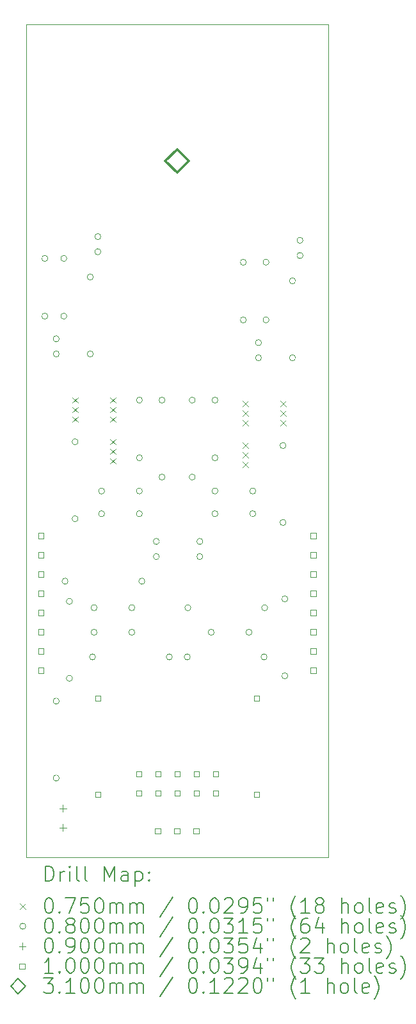
<source format=gbr>
%FSLAX45Y45*%
G04 Gerber Fmt 4.5, Leading zero omitted, Abs format (unit mm)*
G04 Created by KiCad (PCBNEW (6.0.1)) date 2022-02-07 17:43:16*
%MOMM*%
%LPD*%
G01*
G04 APERTURE LIST*
%TA.AperFunction,Profile*%
%ADD10C,0.050000*%
%TD*%
%ADD11C,0.200000*%
%ADD12C,0.075000*%
%ADD13C,0.080000*%
%ADD14C,0.090000*%
%ADD15C,0.100000*%
%ADD16C,0.310000*%
G04 APERTURE END LIST*
D10*
X7000000Y-3100000D02*
X7000000Y-14100000D01*
X3000000Y-3100000D02*
X3000000Y-14100000D01*
X3000000Y-3100000D02*
X7000000Y-3100000D01*
X3000000Y-14100000D02*
X7000000Y-14100000D01*
D11*
D12*
X3612500Y-8021500D02*
X3687500Y-8096500D01*
X3687500Y-8021500D02*
X3612500Y-8096500D01*
X3612500Y-8148500D02*
X3687500Y-8223500D01*
X3687500Y-8148500D02*
X3612500Y-8223500D01*
X3612500Y-8275500D02*
X3687500Y-8350500D01*
X3687500Y-8275500D02*
X3612500Y-8350500D01*
X4112500Y-8021500D02*
X4187500Y-8096500D01*
X4187500Y-8021500D02*
X4112500Y-8096500D01*
X4112500Y-8148500D02*
X4187500Y-8223500D01*
X4187500Y-8148500D02*
X4112500Y-8223500D01*
X4112500Y-8275500D02*
X4187500Y-8350500D01*
X4187500Y-8275500D02*
X4112500Y-8350500D01*
X4112500Y-8571500D02*
X4187500Y-8646500D01*
X4187500Y-8571500D02*
X4112500Y-8646500D01*
X4112500Y-8698500D02*
X4187500Y-8773500D01*
X4187500Y-8698500D02*
X4112500Y-8773500D01*
X4112500Y-8825500D02*
X4187500Y-8900500D01*
X4187500Y-8825500D02*
X4112500Y-8900500D01*
X5862500Y-8067500D02*
X5937500Y-8142500D01*
X5937500Y-8067500D02*
X5862500Y-8142500D01*
X5862500Y-8194500D02*
X5937500Y-8269500D01*
X5937500Y-8194500D02*
X5862500Y-8269500D01*
X5862500Y-8321500D02*
X5937500Y-8396500D01*
X5937500Y-8321500D02*
X5862500Y-8396500D01*
X5862500Y-8617500D02*
X5937500Y-8692500D01*
X5937500Y-8617500D02*
X5862500Y-8692500D01*
X5862500Y-8744500D02*
X5937500Y-8819500D01*
X5937500Y-8744500D02*
X5862500Y-8819500D01*
X5862500Y-8871500D02*
X5937500Y-8946500D01*
X5937500Y-8871500D02*
X5862500Y-8946500D01*
X6362500Y-8071500D02*
X6437500Y-8146500D01*
X6437500Y-8071500D02*
X6362500Y-8146500D01*
X6362500Y-8198500D02*
X6437500Y-8273500D01*
X6437500Y-8198500D02*
X6362500Y-8273500D01*
X6362500Y-8325500D02*
X6437500Y-8400500D01*
X6437500Y-8325500D02*
X6362500Y-8400500D01*
D13*
X3290000Y-6188000D02*
G75*
G03*
X3290000Y-6188000I-40000J0D01*
G01*
X3290000Y-6950000D02*
G75*
G03*
X3290000Y-6950000I-40000J0D01*
G01*
X3440000Y-7250000D02*
G75*
G03*
X3440000Y-7250000I-40000J0D01*
G01*
X3440000Y-7450000D02*
G75*
G03*
X3440000Y-7450000I-40000J0D01*
G01*
X3440000Y-12034000D02*
G75*
G03*
X3440000Y-12034000I-40000J0D01*
G01*
X3440000Y-13050000D02*
G75*
G03*
X3440000Y-13050000I-40000J0D01*
G01*
X3540000Y-6188000D02*
G75*
G03*
X3540000Y-6188000I-40000J0D01*
G01*
X3540000Y-6950000D02*
G75*
G03*
X3540000Y-6950000I-40000J0D01*
G01*
X3557000Y-10450000D02*
G75*
G03*
X3557000Y-10450000I-40000J0D01*
G01*
X3615000Y-10717000D02*
G75*
G03*
X3615000Y-10717000I-40000J0D01*
G01*
X3615000Y-11733000D02*
G75*
G03*
X3615000Y-11733000I-40000J0D01*
G01*
X3690000Y-8609000D02*
G75*
G03*
X3690000Y-8609000I-40000J0D01*
G01*
X3690000Y-9625000D02*
G75*
G03*
X3690000Y-9625000I-40000J0D01*
G01*
X3890000Y-6434000D02*
G75*
G03*
X3890000Y-6434000I-40000J0D01*
G01*
X3890000Y-7450000D02*
G75*
G03*
X3890000Y-7450000I-40000J0D01*
G01*
X3920000Y-11450000D02*
G75*
G03*
X3920000Y-11450000I-40000J0D01*
G01*
X3940000Y-10800000D02*
G75*
G03*
X3940000Y-10800000I-40000J0D01*
G01*
X3940000Y-11125000D02*
G75*
G03*
X3940000Y-11125000I-40000J0D01*
G01*
X3990000Y-5900000D02*
G75*
G03*
X3990000Y-5900000I-40000J0D01*
G01*
X3990000Y-6100000D02*
G75*
G03*
X3990000Y-6100000I-40000J0D01*
G01*
X4040000Y-9259000D02*
G75*
G03*
X4040000Y-9259000I-40000J0D01*
G01*
X4040000Y-9559000D02*
G75*
G03*
X4040000Y-9559000I-40000J0D01*
G01*
X4440000Y-10800000D02*
G75*
G03*
X4440000Y-10800000I-40000J0D01*
G01*
X4440000Y-11125000D02*
G75*
G03*
X4440000Y-11125000I-40000J0D01*
G01*
X4540000Y-8059000D02*
G75*
G03*
X4540000Y-8059000I-40000J0D01*
G01*
X4540000Y-8821000D02*
G75*
G03*
X4540000Y-8821000I-40000J0D01*
G01*
X4540000Y-9259000D02*
G75*
G03*
X4540000Y-9259000I-40000J0D01*
G01*
X4540000Y-9559000D02*
G75*
G03*
X4540000Y-9559000I-40000J0D01*
G01*
X4573000Y-10450000D02*
G75*
G03*
X4573000Y-10450000I-40000J0D01*
G01*
X4765000Y-9925000D02*
G75*
G03*
X4765000Y-9925000I-40000J0D01*
G01*
X4765000Y-10125000D02*
G75*
G03*
X4765000Y-10125000I-40000J0D01*
G01*
X4840000Y-8059000D02*
G75*
G03*
X4840000Y-8059000I-40000J0D01*
G01*
X4840000Y-9075000D02*
G75*
G03*
X4840000Y-9075000I-40000J0D01*
G01*
X4936000Y-11450000D02*
G75*
G03*
X4936000Y-11450000I-40000J0D01*
G01*
X5174000Y-11450000D02*
G75*
G03*
X5174000Y-11450000I-40000J0D01*
G01*
X5182000Y-10800000D02*
G75*
G03*
X5182000Y-10800000I-40000J0D01*
G01*
X5240000Y-8059000D02*
G75*
G03*
X5240000Y-8059000I-40000J0D01*
G01*
X5240000Y-9075000D02*
G75*
G03*
X5240000Y-9075000I-40000J0D01*
G01*
X5340000Y-9925000D02*
G75*
G03*
X5340000Y-9925000I-40000J0D01*
G01*
X5340000Y-10125000D02*
G75*
G03*
X5340000Y-10125000I-40000J0D01*
G01*
X5490000Y-11125000D02*
G75*
G03*
X5490000Y-11125000I-40000J0D01*
G01*
X5540000Y-8059000D02*
G75*
G03*
X5540000Y-8059000I-40000J0D01*
G01*
X5540000Y-8821000D02*
G75*
G03*
X5540000Y-8821000I-40000J0D01*
G01*
X5540000Y-9259000D02*
G75*
G03*
X5540000Y-9259000I-40000J0D01*
G01*
X5540000Y-9559000D02*
G75*
G03*
X5540000Y-9559000I-40000J0D01*
G01*
X5915000Y-6238000D02*
G75*
G03*
X5915000Y-6238000I-40000J0D01*
G01*
X5915000Y-7000000D02*
G75*
G03*
X5915000Y-7000000I-40000J0D01*
G01*
X5990000Y-11125000D02*
G75*
G03*
X5990000Y-11125000I-40000J0D01*
G01*
X6040000Y-9259000D02*
G75*
G03*
X6040000Y-9259000I-40000J0D01*
G01*
X6040000Y-9559000D02*
G75*
G03*
X6040000Y-9559000I-40000J0D01*
G01*
X6115000Y-7300000D02*
G75*
G03*
X6115000Y-7300000I-40000J0D01*
G01*
X6115000Y-7500000D02*
G75*
G03*
X6115000Y-7500000I-40000J0D01*
G01*
X6190000Y-11450000D02*
G75*
G03*
X6190000Y-11450000I-40000J0D01*
G01*
X6198000Y-10800000D02*
G75*
G03*
X6198000Y-10800000I-40000J0D01*
G01*
X6215000Y-6238000D02*
G75*
G03*
X6215000Y-6238000I-40000J0D01*
G01*
X6215000Y-7000000D02*
G75*
G03*
X6215000Y-7000000I-40000J0D01*
G01*
X6440000Y-8659000D02*
G75*
G03*
X6440000Y-8659000I-40000J0D01*
G01*
X6440000Y-9675000D02*
G75*
G03*
X6440000Y-9675000I-40000J0D01*
G01*
X6465000Y-10684000D02*
G75*
G03*
X6465000Y-10684000I-40000J0D01*
G01*
X6465000Y-11700000D02*
G75*
G03*
X6465000Y-11700000I-40000J0D01*
G01*
X6565000Y-6484000D02*
G75*
G03*
X6565000Y-6484000I-40000J0D01*
G01*
X6565000Y-7500000D02*
G75*
G03*
X6565000Y-7500000I-40000J0D01*
G01*
X6665000Y-5950000D02*
G75*
G03*
X6665000Y-5950000I-40000J0D01*
G01*
X6665000Y-6150000D02*
G75*
G03*
X6665000Y-6150000I-40000J0D01*
G01*
D14*
X3488000Y-13405000D02*
X3488000Y-13495000D01*
X3443000Y-13450000D02*
X3533000Y-13450000D01*
X3488000Y-13659000D02*
X3488000Y-13749000D01*
X3443000Y-13704000D02*
X3533000Y-13704000D01*
D15*
X3235356Y-9885356D02*
X3235356Y-9814644D01*
X3164644Y-9814644D01*
X3164644Y-9885356D01*
X3235356Y-9885356D01*
X3235356Y-10139356D02*
X3235356Y-10068644D01*
X3164644Y-10068644D01*
X3164644Y-10139356D01*
X3235356Y-10139356D01*
X3235356Y-10393356D02*
X3235356Y-10322644D01*
X3164644Y-10322644D01*
X3164644Y-10393356D01*
X3235356Y-10393356D01*
X3235356Y-10647356D02*
X3235356Y-10576644D01*
X3164644Y-10576644D01*
X3164644Y-10647356D01*
X3235356Y-10647356D01*
X3235356Y-10901356D02*
X3235356Y-10830644D01*
X3164644Y-10830644D01*
X3164644Y-10901356D01*
X3235356Y-10901356D01*
X3235356Y-11155356D02*
X3235356Y-11084644D01*
X3164644Y-11084644D01*
X3164644Y-11155356D01*
X3235356Y-11155356D01*
X3235356Y-11409356D02*
X3235356Y-11338644D01*
X3164644Y-11338644D01*
X3164644Y-11409356D01*
X3235356Y-11409356D01*
X3235356Y-11663356D02*
X3235356Y-11592644D01*
X3164644Y-11592644D01*
X3164644Y-11663356D01*
X3235356Y-11663356D01*
X3985356Y-12031356D02*
X3985356Y-11960644D01*
X3914644Y-11960644D01*
X3914644Y-12031356D01*
X3985356Y-12031356D01*
X3985356Y-13301356D02*
X3985356Y-13230644D01*
X3914644Y-13230644D01*
X3914644Y-13301356D01*
X3985356Y-13301356D01*
X4527356Y-13031356D02*
X4527356Y-12960644D01*
X4456644Y-12960644D01*
X4456644Y-13031356D01*
X4527356Y-13031356D01*
X4527356Y-13285356D02*
X4527356Y-13214644D01*
X4456644Y-13214644D01*
X4456644Y-13285356D01*
X4527356Y-13285356D01*
X4779856Y-13785356D02*
X4779856Y-13714644D01*
X4709144Y-13714644D01*
X4709144Y-13785356D01*
X4779856Y-13785356D01*
X4781356Y-13031356D02*
X4781356Y-12960644D01*
X4710644Y-12960644D01*
X4710644Y-13031356D01*
X4781356Y-13031356D01*
X4781356Y-13285356D02*
X4781356Y-13214644D01*
X4710644Y-13214644D01*
X4710644Y-13285356D01*
X4781356Y-13285356D01*
X5033856Y-13785356D02*
X5033856Y-13714644D01*
X4963144Y-13714644D01*
X4963144Y-13785356D01*
X5033856Y-13785356D01*
X5035356Y-13031356D02*
X5035356Y-12960644D01*
X4964644Y-12960644D01*
X4964644Y-13031356D01*
X5035356Y-13031356D01*
X5035356Y-13285356D02*
X5035356Y-13214644D01*
X4964644Y-13214644D01*
X4964644Y-13285356D01*
X5035356Y-13285356D01*
X5287856Y-13785356D02*
X5287856Y-13714644D01*
X5217144Y-13714644D01*
X5217144Y-13785356D01*
X5287856Y-13785356D01*
X5289356Y-13031356D02*
X5289356Y-12960644D01*
X5218644Y-12960644D01*
X5218644Y-13031356D01*
X5289356Y-13031356D01*
X5289356Y-13285356D02*
X5289356Y-13214644D01*
X5218644Y-13214644D01*
X5218644Y-13285356D01*
X5289356Y-13285356D01*
X5543356Y-13031356D02*
X5543356Y-12960644D01*
X5472644Y-12960644D01*
X5472644Y-13031356D01*
X5543356Y-13031356D01*
X5543356Y-13285356D02*
X5543356Y-13214644D01*
X5472644Y-13214644D01*
X5472644Y-13285356D01*
X5543356Y-13285356D01*
X6085356Y-12031356D02*
X6085356Y-11960644D01*
X6014644Y-11960644D01*
X6014644Y-12031356D01*
X6085356Y-12031356D01*
X6085356Y-13301356D02*
X6085356Y-13230644D01*
X6014644Y-13230644D01*
X6014644Y-13301356D01*
X6085356Y-13301356D01*
X6835356Y-9885356D02*
X6835356Y-9814644D01*
X6764644Y-9814644D01*
X6764644Y-9885356D01*
X6835356Y-9885356D01*
X6835356Y-10139356D02*
X6835356Y-10068644D01*
X6764644Y-10068644D01*
X6764644Y-10139356D01*
X6835356Y-10139356D01*
X6835356Y-10393356D02*
X6835356Y-10322644D01*
X6764644Y-10322644D01*
X6764644Y-10393356D01*
X6835356Y-10393356D01*
X6835356Y-10647356D02*
X6835356Y-10576644D01*
X6764644Y-10576644D01*
X6764644Y-10647356D01*
X6835356Y-10647356D01*
X6835356Y-10901356D02*
X6835356Y-10830644D01*
X6764644Y-10830644D01*
X6764644Y-10901356D01*
X6835356Y-10901356D01*
X6835356Y-11155356D02*
X6835356Y-11084644D01*
X6764644Y-11084644D01*
X6764644Y-11155356D01*
X6835356Y-11155356D01*
X6835356Y-11409356D02*
X6835356Y-11338644D01*
X6764644Y-11338644D01*
X6764644Y-11409356D01*
X6835356Y-11409356D01*
X6835356Y-11663356D02*
X6835356Y-11592644D01*
X6764644Y-11592644D01*
X6764644Y-11663356D01*
X6835356Y-11663356D01*
D16*
X5000000Y-5055000D02*
X5155000Y-4900000D01*
X5000000Y-4745000D01*
X4845000Y-4900000D01*
X5000000Y-5055000D01*
D11*
X3255119Y-14412976D02*
X3255119Y-14212976D01*
X3302738Y-14212976D01*
X3331309Y-14222500D01*
X3350357Y-14241548D01*
X3359881Y-14260595D01*
X3369405Y-14298690D01*
X3369405Y-14327262D01*
X3359881Y-14365357D01*
X3350357Y-14384405D01*
X3331309Y-14403452D01*
X3302738Y-14412976D01*
X3255119Y-14412976D01*
X3455119Y-14412976D02*
X3455119Y-14279643D01*
X3455119Y-14317738D02*
X3464643Y-14298690D01*
X3474167Y-14289167D01*
X3493214Y-14279643D01*
X3512262Y-14279643D01*
X3578928Y-14412976D02*
X3578928Y-14279643D01*
X3578928Y-14212976D02*
X3569405Y-14222500D01*
X3578928Y-14232024D01*
X3588452Y-14222500D01*
X3578928Y-14212976D01*
X3578928Y-14232024D01*
X3702738Y-14412976D02*
X3683690Y-14403452D01*
X3674167Y-14384405D01*
X3674167Y-14212976D01*
X3807500Y-14412976D02*
X3788452Y-14403452D01*
X3778928Y-14384405D01*
X3778928Y-14212976D01*
X4036071Y-14412976D02*
X4036071Y-14212976D01*
X4102738Y-14355833D01*
X4169405Y-14212976D01*
X4169405Y-14412976D01*
X4350357Y-14412976D02*
X4350357Y-14308214D01*
X4340833Y-14289167D01*
X4321786Y-14279643D01*
X4283690Y-14279643D01*
X4264643Y-14289167D01*
X4350357Y-14403452D02*
X4331310Y-14412976D01*
X4283690Y-14412976D01*
X4264643Y-14403452D01*
X4255119Y-14384405D01*
X4255119Y-14365357D01*
X4264643Y-14346309D01*
X4283690Y-14336786D01*
X4331310Y-14336786D01*
X4350357Y-14327262D01*
X4445595Y-14279643D02*
X4445595Y-14479643D01*
X4445595Y-14289167D02*
X4464643Y-14279643D01*
X4502738Y-14279643D01*
X4521786Y-14289167D01*
X4531310Y-14298690D01*
X4540833Y-14317738D01*
X4540833Y-14374881D01*
X4531310Y-14393928D01*
X4521786Y-14403452D01*
X4502738Y-14412976D01*
X4464643Y-14412976D01*
X4445595Y-14403452D01*
X4626548Y-14393928D02*
X4636071Y-14403452D01*
X4626548Y-14412976D01*
X4617024Y-14403452D01*
X4626548Y-14393928D01*
X4626548Y-14412976D01*
X4626548Y-14289167D02*
X4636071Y-14298690D01*
X4626548Y-14308214D01*
X4617024Y-14298690D01*
X4626548Y-14289167D01*
X4626548Y-14308214D01*
D12*
X2922500Y-14705000D02*
X2997500Y-14780000D01*
X2997500Y-14705000D02*
X2922500Y-14780000D01*
D11*
X3293214Y-14632976D02*
X3312262Y-14632976D01*
X3331309Y-14642500D01*
X3340833Y-14652024D01*
X3350357Y-14671071D01*
X3359881Y-14709167D01*
X3359881Y-14756786D01*
X3350357Y-14794881D01*
X3340833Y-14813928D01*
X3331309Y-14823452D01*
X3312262Y-14832976D01*
X3293214Y-14832976D01*
X3274167Y-14823452D01*
X3264643Y-14813928D01*
X3255119Y-14794881D01*
X3245595Y-14756786D01*
X3245595Y-14709167D01*
X3255119Y-14671071D01*
X3264643Y-14652024D01*
X3274167Y-14642500D01*
X3293214Y-14632976D01*
X3445595Y-14813928D02*
X3455119Y-14823452D01*
X3445595Y-14832976D01*
X3436071Y-14823452D01*
X3445595Y-14813928D01*
X3445595Y-14832976D01*
X3521786Y-14632976D02*
X3655119Y-14632976D01*
X3569405Y-14832976D01*
X3826548Y-14632976D02*
X3731309Y-14632976D01*
X3721786Y-14728214D01*
X3731309Y-14718690D01*
X3750357Y-14709167D01*
X3797976Y-14709167D01*
X3817024Y-14718690D01*
X3826548Y-14728214D01*
X3836071Y-14747262D01*
X3836071Y-14794881D01*
X3826548Y-14813928D01*
X3817024Y-14823452D01*
X3797976Y-14832976D01*
X3750357Y-14832976D01*
X3731309Y-14823452D01*
X3721786Y-14813928D01*
X3959881Y-14632976D02*
X3978928Y-14632976D01*
X3997976Y-14642500D01*
X4007500Y-14652024D01*
X4017024Y-14671071D01*
X4026548Y-14709167D01*
X4026548Y-14756786D01*
X4017024Y-14794881D01*
X4007500Y-14813928D01*
X3997976Y-14823452D01*
X3978928Y-14832976D01*
X3959881Y-14832976D01*
X3940833Y-14823452D01*
X3931309Y-14813928D01*
X3921786Y-14794881D01*
X3912262Y-14756786D01*
X3912262Y-14709167D01*
X3921786Y-14671071D01*
X3931309Y-14652024D01*
X3940833Y-14642500D01*
X3959881Y-14632976D01*
X4112262Y-14832976D02*
X4112262Y-14699643D01*
X4112262Y-14718690D02*
X4121786Y-14709167D01*
X4140833Y-14699643D01*
X4169405Y-14699643D01*
X4188452Y-14709167D01*
X4197976Y-14728214D01*
X4197976Y-14832976D01*
X4197976Y-14728214D02*
X4207500Y-14709167D01*
X4226548Y-14699643D01*
X4255119Y-14699643D01*
X4274167Y-14709167D01*
X4283690Y-14728214D01*
X4283690Y-14832976D01*
X4378929Y-14832976D02*
X4378929Y-14699643D01*
X4378929Y-14718690D02*
X4388452Y-14709167D01*
X4407500Y-14699643D01*
X4436071Y-14699643D01*
X4455119Y-14709167D01*
X4464643Y-14728214D01*
X4464643Y-14832976D01*
X4464643Y-14728214D02*
X4474167Y-14709167D01*
X4493214Y-14699643D01*
X4521786Y-14699643D01*
X4540833Y-14709167D01*
X4550357Y-14728214D01*
X4550357Y-14832976D01*
X4940833Y-14623452D02*
X4769405Y-14880595D01*
X5197976Y-14632976D02*
X5217024Y-14632976D01*
X5236071Y-14642500D01*
X5245595Y-14652024D01*
X5255119Y-14671071D01*
X5264643Y-14709167D01*
X5264643Y-14756786D01*
X5255119Y-14794881D01*
X5245595Y-14813928D01*
X5236071Y-14823452D01*
X5217024Y-14832976D01*
X5197976Y-14832976D01*
X5178929Y-14823452D01*
X5169405Y-14813928D01*
X5159881Y-14794881D01*
X5150357Y-14756786D01*
X5150357Y-14709167D01*
X5159881Y-14671071D01*
X5169405Y-14652024D01*
X5178929Y-14642500D01*
X5197976Y-14632976D01*
X5350357Y-14813928D02*
X5359881Y-14823452D01*
X5350357Y-14832976D01*
X5340833Y-14823452D01*
X5350357Y-14813928D01*
X5350357Y-14832976D01*
X5483690Y-14632976D02*
X5502738Y-14632976D01*
X5521786Y-14642500D01*
X5531310Y-14652024D01*
X5540833Y-14671071D01*
X5550357Y-14709167D01*
X5550357Y-14756786D01*
X5540833Y-14794881D01*
X5531310Y-14813928D01*
X5521786Y-14823452D01*
X5502738Y-14832976D01*
X5483690Y-14832976D01*
X5464643Y-14823452D01*
X5455119Y-14813928D01*
X5445595Y-14794881D01*
X5436071Y-14756786D01*
X5436071Y-14709167D01*
X5445595Y-14671071D01*
X5455119Y-14652024D01*
X5464643Y-14642500D01*
X5483690Y-14632976D01*
X5626548Y-14652024D02*
X5636071Y-14642500D01*
X5655119Y-14632976D01*
X5702738Y-14632976D01*
X5721786Y-14642500D01*
X5731309Y-14652024D01*
X5740833Y-14671071D01*
X5740833Y-14690119D01*
X5731309Y-14718690D01*
X5617024Y-14832976D01*
X5740833Y-14832976D01*
X5836071Y-14832976D02*
X5874167Y-14832976D01*
X5893214Y-14823452D01*
X5902738Y-14813928D01*
X5921786Y-14785357D01*
X5931309Y-14747262D01*
X5931309Y-14671071D01*
X5921786Y-14652024D01*
X5912262Y-14642500D01*
X5893214Y-14632976D01*
X5855119Y-14632976D01*
X5836071Y-14642500D01*
X5826548Y-14652024D01*
X5817024Y-14671071D01*
X5817024Y-14718690D01*
X5826548Y-14737738D01*
X5836071Y-14747262D01*
X5855119Y-14756786D01*
X5893214Y-14756786D01*
X5912262Y-14747262D01*
X5921786Y-14737738D01*
X5931309Y-14718690D01*
X6112262Y-14632976D02*
X6017024Y-14632976D01*
X6007500Y-14728214D01*
X6017024Y-14718690D01*
X6036071Y-14709167D01*
X6083690Y-14709167D01*
X6102738Y-14718690D01*
X6112262Y-14728214D01*
X6121786Y-14747262D01*
X6121786Y-14794881D01*
X6112262Y-14813928D01*
X6102738Y-14823452D01*
X6083690Y-14832976D01*
X6036071Y-14832976D01*
X6017024Y-14823452D01*
X6007500Y-14813928D01*
X6197976Y-14632976D02*
X6197976Y-14671071D01*
X6274167Y-14632976D02*
X6274167Y-14671071D01*
X6569405Y-14909167D02*
X6559881Y-14899643D01*
X6540833Y-14871071D01*
X6531309Y-14852024D01*
X6521786Y-14823452D01*
X6512262Y-14775833D01*
X6512262Y-14737738D01*
X6521786Y-14690119D01*
X6531309Y-14661548D01*
X6540833Y-14642500D01*
X6559881Y-14613928D01*
X6569405Y-14604405D01*
X6750357Y-14832976D02*
X6636071Y-14832976D01*
X6693214Y-14832976D02*
X6693214Y-14632976D01*
X6674167Y-14661548D01*
X6655119Y-14680595D01*
X6636071Y-14690119D01*
X6864643Y-14718690D02*
X6845595Y-14709167D01*
X6836071Y-14699643D01*
X6826548Y-14680595D01*
X6826548Y-14671071D01*
X6836071Y-14652024D01*
X6845595Y-14642500D01*
X6864643Y-14632976D01*
X6902738Y-14632976D01*
X6921786Y-14642500D01*
X6931309Y-14652024D01*
X6940833Y-14671071D01*
X6940833Y-14680595D01*
X6931309Y-14699643D01*
X6921786Y-14709167D01*
X6902738Y-14718690D01*
X6864643Y-14718690D01*
X6845595Y-14728214D01*
X6836071Y-14737738D01*
X6826548Y-14756786D01*
X6826548Y-14794881D01*
X6836071Y-14813928D01*
X6845595Y-14823452D01*
X6864643Y-14832976D01*
X6902738Y-14832976D01*
X6921786Y-14823452D01*
X6931309Y-14813928D01*
X6940833Y-14794881D01*
X6940833Y-14756786D01*
X6931309Y-14737738D01*
X6921786Y-14728214D01*
X6902738Y-14718690D01*
X7178928Y-14832976D02*
X7178928Y-14632976D01*
X7264643Y-14832976D02*
X7264643Y-14728214D01*
X7255119Y-14709167D01*
X7236071Y-14699643D01*
X7207500Y-14699643D01*
X7188452Y-14709167D01*
X7178928Y-14718690D01*
X7388452Y-14832976D02*
X7369405Y-14823452D01*
X7359881Y-14813928D01*
X7350357Y-14794881D01*
X7350357Y-14737738D01*
X7359881Y-14718690D01*
X7369405Y-14709167D01*
X7388452Y-14699643D01*
X7417024Y-14699643D01*
X7436071Y-14709167D01*
X7445595Y-14718690D01*
X7455119Y-14737738D01*
X7455119Y-14794881D01*
X7445595Y-14813928D01*
X7436071Y-14823452D01*
X7417024Y-14832976D01*
X7388452Y-14832976D01*
X7569405Y-14832976D02*
X7550357Y-14823452D01*
X7540833Y-14804405D01*
X7540833Y-14632976D01*
X7721786Y-14823452D02*
X7702738Y-14832976D01*
X7664643Y-14832976D01*
X7645595Y-14823452D01*
X7636071Y-14804405D01*
X7636071Y-14728214D01*
X7645595Y-14709167D01*
X7664643Y-14699643D01*
X7702738Y-14699643D01*
X7721786Y-14709167D01*
X7731309Y-14728214D01*
X7731309Y-14747262D01*
X7636071Y-14766309D01*
X7807500Y-14823452D02*
X7826548Y-14832976D01*
X7864643Y-14832976D01*
X7883690Y-14823452D01*
X7893214Y-14804405D01*
X7893214Y-14794881D01*
X7883690Y-14775833D01*
X7864643Y-14766309D01*
X7836071Y-14766309D01*
X7817024Y-14756786D01*
X7807500Y-14737738D01*
X7807500Y-14728214D01*
X7817024Y-14709167D01*
X7836071Y-14699643D01*
X7864643Y-14699643D01*
X7883690Y-14709167D01*
X7959881Y-14909167D02*
X7969405Y-14899643D01*
X7988452Y-14871071D01*
X7997976Y-14852024D01*
X8007500Y-14823452D01*
X8017024Y-14775833D01*
X8017024Y-14737738D01*
X8007500Y-14690119D01*
X7997976Y-14661548D01*
X7988452Y-14642500D01*
X7969405Y-14613928D01*
X7959881Y-14604405D01*
D13*
X2997500Y-15006500D02*
G75*
G03*
X2997500Y-15006500I-40000J0D01*
G01*
D11*
X3293214Y-14896976D02*
X3312262Y-14896976D01*
X3331309Y-14906500D01*
X3340833Y-14916024D01*
X3350357Y-14935071D01*
X3359881Y-14973167D01*
X3359881Y-15020786D01*
X3350357Y-15058881D01*
X3340833Y-15077928D01*
X3331309Y-15087452D01*
X3312262Y-15096976D01*
X3293214Y-15096976D01*
X3274167Y-15087452D01*
X3264643Y-15077928D01*
X3255119Y-15058881D01*
X3245595Y-15020786D01*
X3245595Y-14973167D01*
X3255119Y-14935071D01*
X3264643Y-14916024D01*
X3274167Y-14906500D01*
X3293214Y-14896976D01*
X3445595Y-15077928D02*
X3455119Y-15087452D01*
X3445595Y-15096976D01*
X3436071Y-15087452D01*
X3445595Y-15077928D01*
X3445595Y-15096976D01*
X3569405Y-14982690D02*
X3550357Y-14973167D01*
X3540833Y-14963643D01*
X3531309Y-14944595D01*
X3531309Y-14935071D01*
X3540833Y-14916024D01*
X3550357Y-14906500D01*
X3569405Y-14896976D01*
X3607500Y-14896976D01*
X3626548Y-14906500D01*
X3636071Y-14916024D01*
X3645595Y-14935071D01*
X3645595Y-14944595D01*
X3636071Y-14963643D01*
X3626548Y-14973167D01*
X3607500Y-14982690D01*
X3569405Y-14982690D01*
X3550357Y-14992214D01*
X3540833Y-15001738D01*
X3531309Y-15020786D01*
X3531309Y-15058881D01*
X3540833Y-15077928D01*
X3550357Y-15087452D01*
X3569405Y-15096976D01*
X3607500Y-15096976D01*
X3626548Y-15087452D01*
X3636071Y-15077928D01*
X3645595Y-15058881D01*
X3645595Y-15020786D01*
X3636071Y-15001738D01*
X3626548Y-14992214D01*
X3607500Y-14982690D01*
X3769405Y-14896976D02*
X3788452Y-14896976D01*
X3807500Y-14906500D01*
X3817024Y-14916024D01*
X3826548Y-14935071D01*
X3836071Y-14973167D01*
X3836071Y-15020786D01*
X3826548Y-15058881D01*
X3817024Y-15077928D01*
X3807500Y-15087452D01*
X3788452Y-15096976D01*
X3769405Y-15096976D01*
X3750357Y-15087452D01*
X3740833Y-15077928D01*
X3731309Y-15058881D01*
X3721786Y-15020786D01*
X3721786Y-14973167D01*
X3731309Y-14935071D01*
X3740833Y-14916024D01*
X3750357Y-14906500D01*
X3769405Y-14896976D01*
X3959881Y-14896976D02*
X3978928Y-14896976D01*
X3997976Y-14906500D01*
X4007500Y-14916024D01*
X4017024Y-14935071D01*
X4026548Y-14973167D01*
X4026548Y-15020786D01*
X4017024Y-15058881D01*
X4007500Y-15077928D01*
X3997976Y-15087452D01*
X3978928Y-15096976D01*
X3959881Y-15096976D01*
X3940833Y-15087452D01*
X3931309Y-15077928D01*
X3921786Y-15058881D01*
X3912262Y-15020786D01*
X3912262Y-14973167D01*
X3921786Y-14935071D01*
X3931309Y-14916024D01*
X3940833Y-14906500D01*
X3959881Y-14896976D01*
X4112262Y-15096976D02*
X4112262Y-14963643D01*
X4112262Y-14982690D02*
X4121786Y-14973167D01*
X4140833Y-14963643D01*
X4169405Y-14963643D01*
X4188452Y-14973167D01*
X4197976Y-14992214D01*
X4197976Y-15096976D01*
X4197976Y-14992214D02*
X4207500Y-14973167D01*
X4226548Y-14963643D01*
X4255119Y-14963643D01*
X4274167Y-14973167D01*
X4283690Y-14992214D01*
X4283690Y-15096976D01*
X4378929Y-15096976D02*
X4378929Y-14963643D01*
X4378929Y-14982690D02*
X4388452Y-14973167D01*
X4407500Y-14963643D01*
X4436071Y-14963643D01*
X4455119Y-14973167D01*
X4464643Y-14992214D01*
X4464643Y-15096976D01*
X4464643Y-14992214D02*
X4474167Y-14973167D01*
X4493214Y-14963643D01*
X4521786Y-14963643D01*
X4540833Y-14973167D01*
X4550357Y-14992214D01*
X4550357Y-15096976D01*
X4940833Y-14887452D02*
X4769405Y-15144595D01*
X5197976Y-14896976D02*
X5217024Y-14896976D01*
X5236071Y-14906500D01*
X5245595Y-14916024D01*
X5255119Y-14935071D01*
X5264643Y-14973167D01*
X5264643Y-15020786D01*
X5255119Y-15058881D01*
X5245595Y-15077928D01*
X5236071Y-15087452D01*
X5217024Y-15096976D01*
X5197976Y-15096976D01*
X5178929Y-15087452D01*
X5169405Y-15077928D01*
X5159881Y-15058881D01*
X5150357Y-15020786D01*
X5150357Y-14973167D01*
X5159881Y-14935071D01*
X5169405Y-14916024D01*
X5178929Y-14906500D01*
X5197976Y-14896976D01*
X5350357Y-15077928D02*
X5359881Y-15087452D01*
X5350357Y-15096976D01*
X5340833Y-15087452D01*
X5350357Y-15077928D01*
X5350357Y-15096976D01*
X5483690Y-14896976D02*
X5502738Y-14896976D01*
X5521786Y-14906500D01*
X5531310Y-14916024D01*
X5540833Y-14935071D01*
X5550357Y-14973167D01*
X5550357Y-15020786D01*
X5540833Y-15058881D01*
X5531310Y-15077928D01*
X5521786Y-15087452D01*
X5502738Y-15096976D01*
X5483690Y-15096976D01*
X5464643Y-15087452D01*
X5455119Y-15077928D01*
X5445595Y-15058881D01*
X5436071Y-15020786D01*
X5436071Y-14973167D01*
X5445595Y-14935071D01*
X5455119Y-14916024D01*
X5464643Y-14906500D01*
X5483690Y-14896976D01*
X5617024Y-14896976D02*
X5740833Y-14896976D01*
X5674167Y-14973167D01*
X5702738Y-14973167D01*
X5721786Y-14982690D01*
X5731309Y-14992214D01*
X5740833Y-15011262D01*
X5740833Y-15058881D01*
X5731309Y-15077928D01*
X5721786Y-15087452D01*
X5702738Y-15096976D01*
X5645595Y-15096976D01*
X5626548Y-15087452D01*
X5617024Y-15077928D01*
X5931309Y-15096976D02*
X5817024Y-15096976D01*
X5874167Y-15096976D02*
X5874167Y-14896976D01*
X5855119Y-14925548D01*
X5836071Y-14944595D01*
X5817024Y-14954119D01*
X6112262Y-14896976D02*
X6017024Y-14896976D01*
X6007500Y-14992214D01*
X6017024Y-14982690D01*
X6036071Y-14973167D01*
X6083690Y-14973167D01*
X6102738Y-14982690D01*
X6112262Y-14992214D01*
X6121786Y-15011262D01*
X6121786Y-15058881D01*
X6112262Y-15077928D01*
X6102738Y-15087452D01*
X6083690Y-15096976D01*
X6036071Y-15096976D01*
X6017024Y-15087452D01*
X6007500Y-15077928D01*
X6197976Y-14896976D02*
X6197976Y-14935071D01*
X6274167Y-14896976D02*
X6274167Y-14935071D01*
X6569405Y-15173167D02*
X6559881Y-15163643D01*
X6540833Y-15135071D01*
X6531309Y-15116024D01*
X6521786Y-15087452D01*
X6512262Y-15039833D01*
X6512262Y-15001738D01*
X6521786Y-14954119D01*
X6531309Y-14925548D01*
X6540833Y-14906500D01*
X6559881Y-14877928D01*
X6569405Y-14868405D01*
X6731309Y-14896976D02*
X6693214Y-14896976D01*
X6674167Y-14906500D01*
X6664643Y-14916024D01*
X6645595Y-14944595D01*
X6636071Y-14982690D01*
X6636071Y-15058881D01*
X6645595Y-15077928D01*
X6655119Y-15087452D01*
X6674167Y-15096976D01*
X6712262Y-15096976D01*
X6731309Y-15087452D01*
X6740833Y-15077928D01*
X6750357Y-15058881D01*
X6750357Y-15011262D01*
X6740833Y-14992214D01*
X6731309Y-14982690D01*
X6712262Y-14973167D01*
X6674167Y-14973167D01*
X6655119Y-14982690D01*
X6645595Y-14992214D01*
X6636071Y-15011262D01*
X6921786Y-14963643D02*
X6921786Y-15096976D01*
X6874167Y-14887452D02*
X6826548Y-15030309D01*
X6950357Y-15030309D01*
X7178928Y-15096976D02*
X7178928Y-14896976D01*
X7264643Y-15096976D02*
X7264643Y-14992214D01*
X7255119Y-14973167D01*
X7236071Y-14963643D01*
X7207500Y-14963643D01*
X7188452Y-14973167D01*
X7178928Y-14982690D01*
X7388452Y-15096976D02*
X7369405Y-15087452D01*
X7359881Y-15077928D01*
X7350357Y-15058881D01*
X7350357Y-15001738D01*
X7359881Y-14982690D01*
X7369405Y-14973167D01*
X7388452Y-14963643D01*
X7417024Y-14963643D01*
X7436071Y-14973167D01*
X7445595Y-14982690D01*
X7455119Y-15001738D01*
X7455119Y-15058881D01*
X7445595Y-15077928D01*
X7436071Y-15087452D01*
X7417024Y-15096976D01*
X7388452Y-15096976D01*
X7569405Y-15096976D02*
X7550357Y-15087452D01*
X7540833Y-15068405D01*
X7540833Y-14896976D01*
X7721786Y-15087452D02*
X7702738Y-15096976D01*
X7664643Y-15096976D01*
X7645595Y-15087452D01*
X7636071Y-15068405D01*
X7636071Y-14992214D01*
X7645595Y-14973167D01*
X7664643Y-14963643D01*
X7702738Y-14963643D01*
X7721786Y-14973167D01*
X7731309Y-14992214D01*
X7731309Y-15011262D01*
X7636071Y-15030309D01*
X7807500Y-15087452D02*
X7826548Y-15096976D01*
X7864643Y-15096976D01*
X7883690Y-15087452D01*
X7893214Y-15068405D01*
X7893214Y-15058881D01*
X7883690Y-15039833D01*
X7864643Y-15030309D01*
X7836071Y-15030309D01*
X7817024Y-15020786D01*
X7807500Y-15001738D01*
X7807500Y-14992214D01*
X7817024Y-14973167D01*
X7836071Y-14963643D01*
X7864643Y-14963643D01*
X7883690Y-14973167D01*
X7959881Y-15173167D02*
X7969405Y-15163643D01*
X7988452Y-15135071D01*
X7997976Y-15116024D01*
X8007500Y-15087452D01*
X8017024Y-15039833D01*
X8017024Y-15001738D01*
X8007500Y-14954119D01*
X7997976Y-14925548D01*
X7988452Y-14906500D01*
X7969405Y-14877928D01*
X7959881Y-14868405D01*
D14*
X2952500Y-15225500D02*
X2952500Y-15315500D01*
X2907500Y-15270500D02*
X2997500Y-15270500D01*
D11*
X3293214Y-15160976D02*
X3312262Y-15160976D01*
X3331309Y-15170500D01*
X3340833Y-15180024D01*
X3350357Y-15199071D01*
X3359881Y-15237167D01*
X3359881Y-15284786D01*
X3350357Y-15322881D01*
X3340833Y-15341928D01*
X3331309Y-15351452D01*
X3312262Y-15360976D01*
X3293214Y-15360976D01*
X3274167Y-15351452D01*
X3264643Y-15341928D01*
X3255119Y-15322881D01*
X3245595Y-15284786D01*
X3245595Y-15237167D01*
X3255119Y-15199071D01*
X3264643Y-15180024D01*
X3274167Y-15170500D01*
X3293214Y-15160976D01*
X3445595Y-15341928D02*
X3455119Y-15351452D01*
X3445595Y-15360976D01*
X3436071Y-15351452D01*
X3445595Y-15341928D01*
X3445595Y-15360976D01*
X3550357Y-15360976D02*
X3588452Y-15360976D01*
X3607500Y-15351452D01*
X3617024Y-15341928D01*
X3636071Y-15313357D01*
X3645595Y-15275262D01*
X3645595Y-15199071D01*
X3636071Y-15180024D01*
X3626548Y-15170500D01*
X3607500Y-15160976D01*
X3569405Y-15160976D01*
X3550357Y-15170500D01*
X3540833Y-15180024D01*
X3531309Y-15199071D01*
X3531309Y-15246690D01*
X3540833Y-15265738D01*
X3550357Y-15275262D01*
X3569405Y-15284786D01*
X3607500Y-15284786D01*
X3626548Y-15275262D01*
X3636071Y-15265738D01*
X3645595Y-15246690D01*
X3769405Y-15160976D02*
X3788452Y-15160976D01*
X3807500Y-15170500D01*
X3817024Y-15180024D01*
X3826548Y-15199071D01*
X3836071Y-15237167D01*
X3836071Y-15284786D01*
X3826548Y-15322881D01*
X3817024Y-15341928D01*
X3807500Y-15351452D01*
X3788452Y-15360976D01*
X3769405Y-15360976D01*
X3750357Y-15351452D01*
X3740833Y-15341928D01*
X3731309Y-15322881D01*
X3721786Y-15284786D01*
X3721786Y-15237167D01*
X3731309Y-15199071D01*
X3740833Y-15180024D01*
X3750357Y-15170500D01*
X3769405Y-15160976D01*
X3959881Y-15160976D02*
X3978928Y-15160976D01*
X3997976Y-15170500D01*
X4007500Y-15180024D01*
X4017024Y-15199071D01*
X4026548Y-15237167D01*
X4026548Y-15284786D01*
X4017024Y-15322881D01*
X4007500Y-15341928D01*
X3997976Y-15351452D01*
X3978928Y-15360976D01*
X3959881Y-15360976D01*
X3940833Y-15351452D01*
X3931309Y-15341928D01*
X3921786Y-15322881D01*
X3912262Y-15284786D01*
X3912262Y-15237167D01*
X3921786Y-15199071D01*
X3931309Y-15180024D01*
X3940833Y-15170500D01*
X3959881Y-15160976D01*
X4112262Y-15360976D02*
X4112262Y-15227643D01*
X4112262Y-15246690D02*
X4121786Y-15237167D01*
X4140833Y-15227643D01*
X4169405Y-15227643D01*
X4188452Y-15237167D01*
X4197976Y-15256214D01*
X4197976Y-15360976D01*
X4197976Y-15256214D02*
X4207500Y-15237167D01*
X4226548Y-15227643D01*
X4255119Y-15227643D01*
X4274167Y-15237167D01*
X4283690Y-15256214D01*
X4283690Y-15360976D01*
X4378929Y-15360976D02*
X4378929Y-15227643D01*
X4378929Y-15246690D02*
X4388452Y-15237167D01*
X4407500Y-15227643D01*
X4436071Y-15227643D01*
X4455119Y-15237167D01*
X4464643Y-15256214D01*
X4464643Y-15360976D01*
X4464643Y-15256214D02*
X4474167Y-15237167D01*
X4493214Y-15227643D01*
X4521786Y-15227643D01*
X4540833Y-15237167D01*
X4550357Y-15256214D01*
X4550357Y-15360976D01*
X4940833Y-15151452D02*
X4769405Y-15408595D01*
X5197976Y-15160976D02*
X5217024Y-15160976D01*
X5236071Y-15170500D01*
X5245595Y-15180024D01*
X5255119Y-15199071D01*
X5264643Y-15237167D01*
X5264643Y-15284786D01*
X5255119Y-15322881D01*
X5245595Y-15341928D01*
X5236071Y-15351452D01*
X5217024Y-15360976D01*
X5197976Y-15360976D01*
X5178929Y-15351452D01*
X5169405Y-15341928D01*
X5159881Y-15322881D01*
X5150357Y-15284786D01*
X5150357Y-15237167D01*
X5159881Y-15199071D01*
X5169405Y-15180024D01*
X5178929Y-15170500D01*
X5197976Y-15160976D01*
X5350357Y-15341928D02*
X5359881Y-15351452D01*
X5350357Y-15360976D01*
X5340833Y-15351452D01*
X5350357Y-15341928D01*
X5350357Y-15360976D01*
X5483690Y-15160976D02*
X5502738Y-15160976D01*
X5521786Y-15170500D01*
X5531310Y-15180024D01*
X5540833Y-15199071D01*
X5550357Y-15237167D01*
X5550357Y-15284786D01*
X5540833Y-15322881D01*
X5531310Y-15341928D01*
X5521786Y-15351452D01*
X5502738Y-15360976D01*
X5483690Y-15360976D01*
X5464643Y-15351452D01*
X5455119Y-15341928D01*
X5445595Y-15322881D01*
X5436071Y-15284786D01*
X5436071Y-15237167D01*
X5445595Y-15199071D01*
X5455119Y-15180024D01*
X5464643Y-15170500D01*
X5483690Y-15160976D01*
X5617024Y-15160976D02*
X5740833Y-15160976D01*
X5674167Y-15237167D01*
X5702738Y-15237167D01*
X5721786Y-15246690D01*
X5731309Y-15256214D01*
X5740833Y-15275262D01*
X5740833Y-15322881D01*
X5731309Y-15341928D01*
X5721786Y-15351452D01*
X5702738Y-15360976D01*
X5645595Y-15360976D01*
X5626548Y-15351452D01*
X5617024Y-15341928D01*
X5921786Y-15160976D02*
X5826548Y-15160976D01*
X5817024Y-15256214D01*
X5826548Y-15246690D01*
X5845595Y-15237167D01*
X5893214Y-15237167D01*
X5912262Y-15246690D01*
X5921786Y-15256214D01*
X5931309Y-15275262D01*
X5931309Y-15322881D01*
X5921786Y-15341928D01*
X5912262Y-15351452D01*
X5893214Y-15360976D01*
X5845595Y-15360976D01*
X5826548Y-15351452D01*
X5817024Y-15341928D01*
X6102738Y-15227643D02*
X6102738Y-15360976D01*
X6055119Y-15151452D02*
X6007500Y-15294309D01*
X6131309Y-15294309D01*
X6197976Y-15160976D02*
X6197976Y-15199071D01*
X6274167Y-15160976D02*
X6274167Y-15199071D01*
X6569405Y-15437167D02*
X6559881Y-15427643D01*
X6540833Y-15399071D01*
X6531309Y-15380024D01*
X6521786Y-15351452D01*
X6512262Y-15303833D01*
X6512262Y-15265738D01*
X6521786Y-15218119D01*
X6531309Y-15189548D01*
X6540833Y-15170500D01*
X6559881Y-15141928D01*
X6569405Y-15132405D01*
X6636071Y-15180024D02*
X6645595Y-15170500D01*
X6664643Y-15160976D01*
X6712262Y-15160976D01*
X6731309Y-15170500D01*
X6740833Y-15180024D01*
X6750357Y-15199071D01*
X6750357Y-15218119D01*
X6740833Y-15246690D01*
X6626548Y-15360976D01*
X6750357Y-15360976D01*
X6988452Y-15360976D02*
X6988452Y-15160976D01*
X7074167Y-15360976D02*
X7074167Y-15256214D01*
X7064643Y-15237167D01*
X7045595Y-15227643D01*
X7017024Y-15227643D01*
X6997976Y-15237167D01*
X6988452Y-15246690D01*
X7197976Y-15360976D02*
X7178928Y-15351452D01*
X7169405Y-15341928D01*
X7159881Y-15322881D01*
X7159881Y-15265738D01*
X7169405Y-15246690D01*
X7178928Y-15237167D01*
X7197976Y-15227643D01*
X7226548Y-15227643D01*
X7245595Y-15237167D01*
X7255119Y-15246690D01*
X7264643Y-15265738D01*
X7264643Y-15322881D01*
X7255119Y-15341928D01*
X7245595Y-15351452D01*
X7226548Y-15360976D01*
X7197976Y-15360976D01*
X7378928Y-15360976D02*
X7359881Y-15351452D01*
X7350357Y-15332405D01*
X7350357Y-15160976D01*
X7531309Y-15351452D02*
X7512262Y-15360976D01*
X7474167Y-15360976D01*
X7455119Y-15351452D01*
X7445595Y-15332405D01*
X7445595Y-15256214D01*
X7455119Y-15237167D01*
X7474167Y-15227643D01*
X7512262Y-15227643D01*
X7531309Y-15237167D01*
X7540833Y-15256214D01*
X7540833Y-15275262D01*
X7445595Y-15294309D01*
X7617024Y-15351452D02*
X7636071Y-15360976D01*
X7674167Y-15360976D01*
X7693214Y-15351452D01*
X7702738Y-15332405D01*
X7702738Y-15322881D01*
X7693214Y-15303833D01*
X7674167Y-15294309D01*
X7645595Y-15294309D01*
X7626548Y-15284786D01*
X7617024Y-15265738D01*
X7617024Y-15256214D01*
X7626548Y-15237167D01*
X7645595Y-15227643D01*
X7674167Y-15227643D01*
X7693214Y-15237167D01*
X7769405Y-15437167D02*
X7778928Y-15427643D01*
X7797976Y-15399071D01*
X7807500Y-15380024D01*
X7817024Y-15351452D01*
X7826548Y-15303833D01*
X7826548Y-15265738D01*
X7817024Y-15218119D01*
X7807500Y-15189548D01*
X7797976Y-15170500D01*
X7778928Y-15141928D01*
X7769405Y-15132405D01*
D15*
X2982856Y-15569856D02*
X2982856Y-15499144D01*
X2912144Y-15499144D01*
X2912144Y-15569856D01*
X2982856Y-15569856D01*
D11*
X3359881Y-15624976D02*
X3245595Y-15624976D01*
X3302738Y-15624976D02*
X3302738Y-15424976D01*
X3283690Y-15453548D01*
X3264643Y-15472595D01*
X3245595Y-15482119D01*
X3445595Y-15605928D02*
X3455119Y-15615452D01*
X3445595Y-15624976D01*
X3436071Y-15615452D01*
X3445595Y-15605928D01*
X3445595Y-15624976D01*
X3578928Y-15424976D02*
X3597976Y-15424976D01*
X3617024Y-15434500D01*
X3626548Y-15444024D01*
X3636071Y-15463071D01*
X3645595Y-15501167D01*
X3645595Y-15548786D01*
X3636071Y-15586881D01*
X3626548Y-15605928D01*
X3617024Y-15615452D01*
X3597976Y-15624976D01*
X3578928Y-15624976D01*
X3559881Y-15615452D01*
X3550357Y-15605928D01*
X3540833Y-15586881D01*
X3531309Y-15548786D01*
X3531309Y-15501167D01*
X3540833Y-15463071D01*
X3550357Y-15444024D01*
X3559881Y-15434500D01*
X3578928Y-15424976D01*
X3769405Y-15424976D02*
X3788452Y-15424976D01*
X3807500Y-15434500D01*
X3817024Y-15444024D01*
X3826548Y-15463071D01*
X3836071Y-15501167D01*
X3836071Y-15548786D01*
X3826548Y-15586881D01*
X3817024Y-15605928D01*
X3807500Y-15615452D01*
X3788452Y-15624976D01*
X3769405Y-15624976D01*
X3750357Y-15615452D01*
X3740833Y-15605928D01*
X3731309Y-15586881D01*
X3721786Y-15548786D01*
X3721786Y-15501167D01*
X3731309Y-15463071D01*
X3740833Y-15444024D01*
X3750357Y-15434500D01*
X3769405Y-15424976D01*
X3959881Y-15424976D02*
X3978928Y-15424976D01*
X3997976Y-15434500D01*
X4007500Y-15444024D01*
X4017024Y-15463071D01*
X4026548Y-15501167D01*
X4026548Y-15548786D01*
X4017024Y-15586881D01*
X4007500Y-15605928D01*
X3997976Y-15615452D01*
X3978928Y-15624976D01*
X3959881Y-15624976D01*
X3940833Y-15615452D01*
X3931309Y-15605928D01*
X3921786Y-15586881D01*
X3912262Y-15548786D01*
X3912262Y-15501167D01*
X3921786Y-15463071D01*
X3931309Y-15444024D01*
X3940833Y-15434500D01*
X3959881Y-15424976D01*
X4112262Y-15624976D02*
X4112262Y-15491643D01*
X4112262Y-15510690D02*
X4121786Y-15501167D01*
X4140833Y-15491643D01*
X4169405Y-15491643D01*
X4188452Y-15501167D01*
X4197976Y-15520214D01*
X4197976Y-15624976D01*
X4197976Y-15520214D02*
X4207500Y-15501167D01*
X4226548Y-15491643D01*
X4255119Y-15491643D01*
X4274167Y-15501167D01*
X4283690Y-15520214D01*
X4283690Y-15624976D01*
X4378929Y-15624976D02*
X4378929Y-15491643D01*
X4378929Y-15510690D02*
X4388452Y-15501167D01*
X4407500Y-15491643D01*
X4436071Y-15491643D01*
X4455119Y-15501167D01*
X4464643Y-15520214D01*
X4464643Y-15624976D01*
X4464643Y-15520214D02*
X4474167Y-15501167D01*
X4493214Y-15491643D01*
X4521786Y-15491643D01*
X4540833Y-15501167D01*
X4550357Y-15520214D01*
X4550357Y-15624976D01*
X4940833Y-15415452D02*
X4769405Y-15672595D01*
X5197976Y-15424976D02*
X5217024Y-15424976D01*
X5236071Y-15434500D01*
X5245595Y-15444024D01*
X5255119Y-15463071D01*
X5264643Y-15501167D01*
X5264643Y-15548786D01*
X5255119Y-15586881D01*
X5245595Y-15605928D01*
X5236071Y-15615452D01*
X5217024Y-15624976D01*
X5197976Y-15624976D01*
X5178929Y-15615452D01*
X5169405Y-15605928D01*
X5159881Y-15586881D01*
X5150357Y-15548786D01*
X5150357Y-15501167D01*
X5159881Y-15463071D01*
X5169405Y-15444024D01*
X5178929Y-15434500D01*
X5197976Y-15424976D01*
X5350357Y-15605928D02*
X5359881Y-15615452D01*
X5350357Y-15624976D01*
X5340833Y-15615452D01*
X5350357Y-15605928D01*
X5350357Y-15624976D01*
X5483690Y-15424976D02*
X5502738Y-15424976D01*
X5521786Y-15434500D01*
X5531310Y-15444024D01*
X5540833Y-15463071D01*
X5550357Y-15501167D01*
X5550357Y-15548786D01*
X5540833Y-15586881D01*
X5531310Y-15605928D01*
X5521786Y-15615452D01*
X5502738Y-15624976D01*
X5483690Y-15624976D01*
X5464643Y-15615452D01*
X5455119Y-15605928D01*
X5445595Y-15586881D01*
X5436071Y-15548786D01*
X5436071Y-15501167D01*
X5445595Y-15463071D01*
X5455119Y-15444024D01*
X5464643Y-15434500D01*
X5483690Y-15424976D01*
X5617024Y-15424976D02*
X5740833Y-15424976D01*
X5674167Y-15501167D01*
X5702738Y-15501167D01*
X5721786Y-15510690D01*
X5731309Y-15520214D01*
X5740833Y-15539262D01*
X5740833Y-15586881D01*
X5731309Y-15605928D01*
X5721786Y-15615452D01*
X5702738Y-15624976D01*
X5645595Y-15624976D01*
X5626548Y-15615452D01*
X5617024Y-15605928D01*
X5836071Y-15624976D02*
X5874167Y-15624976D01*
X5893214Y-15615452D01*
X5902738Y-15605928D01*
X5921786Y-15577357D01*
X5931309Y-15539262D01*
X5931309Y-15463071D01*
X5921786Y-15444024D01*
X5912262Y-15434500D01*
X5893214Y-15424976D01*
X5855119Y-15424976D01*
X5836071Y-15434500D01*
X5826548Y-15444024D01*
X5817024Y-15463071D01*
X5817024Y-15510690D01*
X5826548Y-15529738D01*
X5836071Y-15539262D01*
X5855119Y-15548786D01*
X5893214Y-15548786D01*
X5912262Y-15539262D01*
X5921786Y-15529738D01*
X5931309Y-15510690D01*
X6102738Y-15491643D02*
X6102738Y-15624976D01*
X6055119Y-15415452D02*
X6007500Y-15558309D01*
X6131309Y-15558309D01*
X6197976Y-15424976D02*
X6197976Y-15463071D01*
X6274167Y-15424976D02*
X6274167Y-15463071D01*
X6569405Y-15701167D02*
X6559881Y-15691643D01*
X6540833Y-15663071D01*
X6531309Y-15644024D01*
X6521786Y-15615452D01*
X6512262Y-15567833D01*
X6512262Y-15529738D01*
X6521786Y-15482119D01*
X6531309Y-15453548D01*
X6540833Y-15434500D01*
X6559881Y-15405928D01*
X6569405Y-15396405D01*
X6626548Y-15424976D02*
X6750357Y-15424976D01*
X6683690Y-15501167D01*
X6712262Y-15501167D01*
X6731309Y-15510690D01*
X6740833Y-15520214D01*
X6750357Y-15539262D01*
X6750357Y-15586881D01*
X6740833Y-15605928D01*
X6731309Y-15615452D01*
X6712262Y-15624976D01*
X6655119Y-15624976D01*
X6636071Y-15615452D01*
X6626548Y-15605928D01*
X6817024Y-15424976D02*
X6940833Y-15424976D01*
X6874167Y-15501167D01*
X6902738Y-15501167D01*
X6921786Y-15510690D01*
X6931309Y-15520214D01*
X6940833Y-15539262D01*
X6940833Y-15586881D01*
X6931309Y-15605928D01*
X6921786Y-15615452D01*
X6902738Y-15624976D01*
X6845595Y-15624976D01*
X6826548Y-15615452D01*
X6817024Y-15605928D01*
X7178928Y-15624976D02*
X7178928Y-15424976D01*
X7264643Y-15624976D02*
X7264643Y-15520214D01*
X7255119Y-15501167D01*
X7236071Y-15491643D01*
X7207500Y-15491643D01*
X7188452Y-15501167D01*
X7178928Y-15510690D01*
X7388452Y-15624976D02*
X7369405Y-15615452D01*
X7359881Y-15605928D01*
X7350357Y-15586881D01*
X7350357Y-15529738D01*
X7359881Y-15510690D01*
X7369405Y-15501167D01*
X7388452Y-15491643D01*
X7417024Y-15491643D01*
X7436071Y-15501167D01*
X7445595Y-15510690D01*
X7455119Y-15529738D01*
X7455119Y-15586881D01*
X7445595Y-15605928D01*
X7436071Y-15615452D01*
X7417024Y-15624976D01*
X7388452Y-15624976D01*
X7569405Y-15624976D02*
X7550357Y-15615452D01*
X7540833Y-15596405D01*
X7540833Y-15424976D01*
X7721786Y-15615452D02*
X7702738Y-15624976D01*
X7664643Y-15624976D01*
X7645595Y-15615452D01*
X7636071Y-15596405D01*
X7636071Y-15520214D01*
X7645595Y-15501167D01*
X7664643Y-15491643D01*
X7702738Y-15491643D01*
X7721786Y-15501167D01*
X7731309Y-15520214D01*
X7731309Y-15539262D01*
X7636071Y-15558309D01*
X7807500Y-15615452D02*
X7826548Y-15624976D01*
X7864643Y-15624976D01*
X7883690Y-15615452D01*
X7893214Y-15596405D01*
X7893214Y-15586881D01*
X7883690Y-15567833D01*
X7864643Y-15558309D01*
X7836071Y-15558309D01*
X7817024Y-15548786D01*
X7807500Y-15529738D01*
X7807500Y-15520214D01*
X7817024Y-15501167D01*
X7836071Y-15491643D01*
X7864643Y-15491643D01*
X7883690Y-15501167D01*
X7959881Y-15701167D02*
X7969405Y-15691643D01*
X7988452Y-15663071D01*
X7997976Y-15644024D01*
X8007500Y-15615452D01*
X8017024Y-15567833D01*
X8017024Y-15529738D01*
X8007500Y-15482119D01*
X7997976Y-15453548D01*
X7988452Y-15434500D01*
X7969405Y-15405928D01*
X7959881Y-15396405D01*
X2897500Y-15898500D02*
X2997500Y-15798500D01*
X2897500Y-15698500D01*
X2797500Y-15798500D01*
X2897500Y-15898500D01*
X3236071Y-15688976D02*
X3359881Y-15688976D01*
X3293214Y-15765167D01*
X3321786Y-15765167D01*
X3340833Y-15774690D01*
X3350357Y-15784214D01*
X3359881Y-15803262D01*
X3359881Y-15850881D01*
X3350357Y-15869928D01*
X3340833Y-15879452D01*
X3321786Y-15888976D01*
X3264643Y-15888976D01*
X3245595Y-15879452D01*
X3236071Y-15869928D01*
X3445595Y-15869928D02*
X3455119Y-15879452D01*
X3445595Y-15888976D01*
X3436071Y-15879452D01*
X3445595Y-15869928D01*
X3445595Y-15888976D01*
X3645595Y-15888976D02*
X3531309Y-15888976D01*
X3588452Y-15888976D02*
X3588452Y-15688976D01*
X3569405Y-15717548D01*
X3550357Y-15736595D01*
X3531309Y-15746119D01*
X3769405Y-15688976D02*
X3788452Y-15688976D01*
X3807500Y-15698500D01*
X3817024Y-15708024D01*
X3826548Y-15727071D01*
X3836071Y-15765167D01*
X3836071Y-15812786D01*
X3826548Y-15850881D01*
X3817024Y-15869928D01*
X3807500Y-15879452D01*
X3788452Y-15888976D01*
X3769405Y-15888976D01*
X3750357Y-15879452D01*
X3740833Y-15869928D01*
X3731309Y-15850881D01*
X3721786Y-15812786D01*
X3721786Y-15765167D01*
X3731309Y-15727071D01*
X3740833Y-15708024D01*
X3750357Y-15698500D01*
X3769405Y-15688976D01*
X3959881Y-15688976D02*
X3978928Y-15688976D01*
X3997976Y-15698500D01*
X4007500Y-15708024D01*
X4017024Y-15727071D01*
X4026548Y-15765167D01*
X4026548Y-15812786D01*
X4017024Y-15850881D01*
X4007500Y-15869928D01*
X3997976Y-15879452D01*
X3978928Y-15888976D01*
X3959881Y-15888976D01*
X3940833Y-15879452D01*
X3931309Y-15869928D01*
X3921786Y-15850881D01*
X3912262Y-15812786D01*
X3912262Y-15765167D01*
X3921786Y-15727071D01*
X3931309Y-15708024D01*
X3940833Y-15698500D01*
X3959881Y-15688976D01*
X4112262Y-15888976D02*
X4112262Y-15755643D01*
X4112262Y-15774690D02*
X4121786Y-15765167D01*
X4140833Y-15755643D01*
X4169405Y-15755643D01*
X4188452Y-15765167D01*
X4197976Y-15784214D01*
X4197976Y-15888976D01*
X4197976Y-15784214D02*
X4207500Y-15765167D01*
X4226548Y-15755643D01*
X4255119Y-15755643D01*
X4274167Y-15765167D01*
X4283690Y-15784214D01*
X4283690Y-15888976D01*
X4378929Y-15888976D02*
X4378929Y-15755643D01*
X4378929Y-15774690D02*
X4388452Y-15765167D01*
X4407500Y-15755643D01*
X4436071Y-15755643D01*
X4455119Y-15765167D01*
X4464643Y-15784214D01*
X4464643Y-15888976D01*
X4464643Y-15784214D02*
X4474167Y-15765167D01*
X4493214Y-15755643D01*
X4521786Y-15755643D01*
X4540833Y-15765167D01*
X4550357Y-15784214D01*
X4550357Y-15888976D01*
X4940833Y-15679452D02*
X4769405Y-15936595D01*
X5197976Y-15688976D02*
X5217024Y-15688976D01*
X5236071Y-15698500D01*
X5245595Y-15708024D01*
X5255119Y-15727071D01*
X5264643Y-15765167D01*
X5264643Y-15812786D01*
X5255119Y-15850881D01*
X5245595Y-15869928D01*
X5236071Y-15879452D01*
X5217024Y-15888976D01*
X5197976Y-15888976D01*
X5178929Y-15879452D01*
X5169405Y-15869928D01*
X5159881Y-15850881D01*
X5150357Y-15812786D01*
X5150357Y-15765167D01*
X5159881Y-15727071D01*
X5169405Y-15708024D01*
X5178929Y-15698500D01*
X5197976Y-15688976D01*
X5350357Y-15869928D02*
X5359881Y-15879452D01*
X5350357Y-15888976D01*
X5340833Y-15879452D01*
X5350357Y-15869928D01*
X5350357Y-15888976D01*
X5550357Y-15888976D02*
X5436071Y-15888976D01*
X5493214Y-15888976D02*
X5493214Y-15688976D01*
X5474167Y-15717548D01*
X5455119Y-15736595D01*
X5436071Y-15746119D01*
X5626548Y-15708024D02*
X5636071Y-15698500D01*
X5655119Y-15688976D01*
X5702738Y-15688976D01*
X5721786Y-15698500D01*
X5731309Y-15708024D01*
X5740833Y-15727071D01*
X5740833Y-15746119D01*
X5731309Y-15774690D01*
X5617024Y-15888976D01*
X5740833Y-15888976D01*
X5817024Y-15708024D02*
X5826548Y-15698500D01*
X5845595Y-15688976D01*
X5893214Y-15688976D01*
X5912262Y-15698500D01*
X5921786Y-15708024D01*
X5931309Y-15727071D01*
X5931309Y-15746119D01*
X5921786Y-15774690D01*
X5807500Y-15888976D01*
X5931309Y-15888976D01*
X6055119Y-15688976D02*
X6074167Y-15688976D01*
X6093214Y-15698500D01*
X6102738Y-15708024D01*
X6112262Y-15727071D01*
X6121786Y-15765167D01*
X6121786Y-15812786D01*
X6112262Y-15850881D01*
X6102738Y-15869928D01*
X6093214Y-15879452D01*
X6074167Y-15888976D01*
X6055119Y-15888976D01*
X6036071Y-15879452D01*
X6026548Y-15869928D01*
X6017024Y-15850881D01*
X6007500Y-15812786D01*
X6007500Y-15765167D01*
X6017024Y-15727071D01*
X6026548Y-15708024D01*
X6036071Y-15698500D01*
X6055119Y-15688976D01*
X6197976Y-15688976D02*
X6197976Y-15727071D01*
X6274167Y-15688976D02*
X6274167Y-15727071D01*
X6569405Y-15965167D02*
X6559881Y-15955643D01*
X6540833Y-15927071D01*
X6531309Y-15908024D01*
X6521786Y-15879452D01*
X6512262Y-15831833D01*
X6512262Y-15793738D01*
X6521786Y-15746119D01*
X6531309Y-15717548D01*
X6540833Y-15698500D01*
X6559881Y-15669928D01*
X6569405Y-15660405D01*
X6750357Y-15888976D02*
X6636071Y-15888976D01*
X6693214Y-15888976D02*
X6693214Y-15688976D01*
X6674167Y-15717548D01*
X6655119Y-15736595D01*
X6636071Y-15746119D01*
X6988452Y-15888976D02*
X6988452Y-15688976D01*
X7074167Y-15888976D02*
X7074167Y-15784214D01*
X7064643Y-15765167D01*
X7045595Y-15755643D01*
X7017024Y-15755643D01*
X6997976Y-15765167D01*
X6988452Y-15774690D01*
X7197976Y-15888976D02*
X7178928Y-15879452D01*
X7169405Y-15869928D01*
X7159881Y-15850881D01*
X7159881Y-15793738D01*
X7169405Y-15774690D01*
X7178928Y-15765167D01*
X7197976Y-15755643D01*
X7226548Y-15755643D01*
X7245595Y-15765167D01*
X7255119Y-15774690D01*
X7264643Y-15793738D01*
X7264643Y-15850881D01*
X7255119Y-15869928D01*
X7245595Y-15879452D01*
X7226548Y-15888976D01*
X7197976Y-15888976D01*
X7378928Y-15888976D02*
X7359881Y-15879452D01*
X7350357Y-15860405D01*
X7350357Y-15688976D01*
X7531309Y-15879452D02*
X7512262Y-15888976D01*
X7474167Y-15888976D01*
X7455119Y-15879452D01*
X7445595Y-15860405D01*
X7445595Y-15784214D01*
X7455119Y-15765167D01*
X7474167Y-15755643D01*
X7512262Y-15755643D01*
X7531309Y-15765167D01*
X7540833Y-15784214D01*
X7540833Y-15803262D01*
X7445595Y-15822309D01*
X7607500Y-15965167D02*
X7617024Y-15955643D01*
X7636071Y-15927071D01*
X7645595Y-15908024D01*
X7655119Y-15879452D01*
X7664643Y-15831833D01*
X7664643Y-15793738D01*
X7655119Y-15746119D01*
X7645595Y-15717548D01*
X7636071Y-15698500D01*
X7617024Y-15669928D01*
X7607500Y-15660405D01*
M02*

</source>
